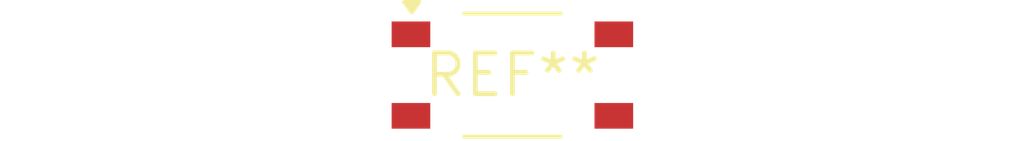
<source format=kicad_pcb>
(kicad_pcb (version 20240108) (generator pcbnew)
  (layers (0 "F.Cu" signal) (31 "B.Cu" signal) (34 "B.Paste" user) (35 "F.Paste" user) (36 "B.SilkS" user "B.Silkscreen") (37 "F.SilkS" user "F.Silkscreen") (38 "B.Mask" user) (39 "F.Mask" user) (44 "Edge.Cuts" user))
  (net 0 "")
  (footprint "MFSOP6-4_4.4x3.6mm_P1.27mm" (layer "F.Cu") (at 0 0)
    (property "Reference" "REF**")
    (property "Value" "MFSOP6-4_4.4x3.6mm_P1.27mm")
    (fp_line (start 1.5 -1.92) (end -1.5 -1.92) (layer "F.SilkS") (stroke (width 0.12)))
    (fp_line (start 1.5 1.92) (end -1.5 1.92) (layer "F.SilkS") (stroke (width 0.12)))
    (fp_poly (pts (xy -3.125 -1.95) (xy -3.365 -2.28) (xy -2.885 -2.28) (xy -3.125 -1.95)) (layer "F.SilkS") (stroke (width 0.12)) (fill solid))
    (pad "1" smd rect (at -3.15 -1.27) (size 1.2 0.8) (layers "F.Cu" "F.Paste" "F.Mask"))
    (pad "3" smd rect (at -3.15 1.27) (size 1.2 0.8) (layers "F.Cu" "F.Paste" "F.Mask"))
    (pad "4" smd rect (at 3.15 1.27) (size 1.2 0.8) (layers "F.Cu" "F.Paste" "F.Mask"))
    (pad "6" smd rect (at 3.15 -1.27) (size 1.2 0.8) (layers "F.Cu" "F.Paste" "F.Mask"))
  )
)
</source>
